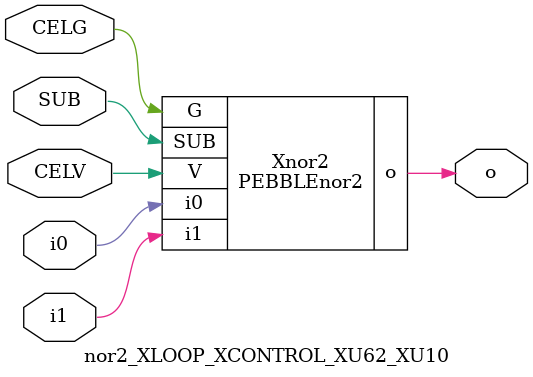
<source format=v>



module PEBBLEnor2 ( o, G, SUB, V, i0, i1 );

  input i0;
  input V;
  input i1;
  input G;
  output o;
  input SUB;
endmodule

//Celera Confidential Do Not Copy nor2_XLOOP_XCONTROL_XU62_XU10
//Celera Confidential Symbol Generator
//nor2
module nor2_XLOOP_XCONTROL_XU62_XU10 (CELV,CELG,i0,i1,o,SUB);
input CELV;
input CELG;
input i0;
input i1;
input SUB;
output o;

//Celera Confidential Do Not Copy nor2
PEBBLEnor2 Xnor2(
.V (CELV),
.i0 (i0),
.i1 (i1),
.o (o),
.SUB (SUB),
.G (CELG)
);
//,diesize,PEBBLEnor2

//Celera Confidential Do Not Copy Module End
//Celera Schematic Generator
endmodule

</source>
